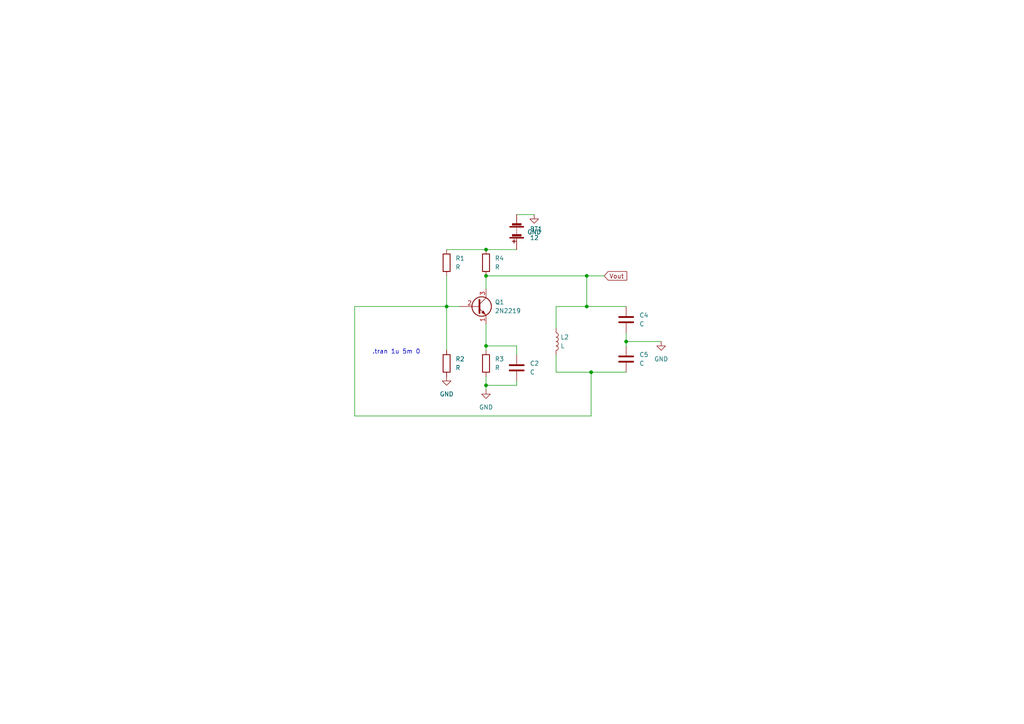
<source format=kicad_sch>
(kicad_sch (version 20211123) (generator eeschema)
  (paper "A4")
  (lib_symbols
    (symbol "Device:Battery" (pin_numbers hide) (pin_names (offset 0) hide)
      (property "Reference" "BT" (at 2.54 2.54 0))
      (property "Value" "Battery" (at 2.54 0 0))
      (symbol "Battery_0_1"
        (rectangle (start -2.032 -1.397) (end 2.032 -1.651) (fill (type outline)))
        (rectangle (start -2.032 1.778) (end 2.032 1.524) (fill (type outline)))
        (rectangle (start -1.3208 -1.9812) (end 1.27 -2.4892) (fill (type outline)))
        (rectangle (start -1.3208 1.1938) (end 1.27 0.6858) (fill (type outline)))
        (polyline (pts (xy 0 -1.524) (xy 0 -1.27)))
        (polyline (pts (xy 0 -1.016) (xy 0 -0.762)))
        (polyline (pts (xy 0 -0.508) (xy 0 -0.254)))
        (polyline (pts (xy 0 0) (xy 0 0.254)))
        (polyline (pts (xy 0 0.508) (xy 0 0.762)))
        (polyline (pts (xy 0 1.778) (xy 0 2.54)))
        (polyline (pts (xy 0.254 2.667) (xy 1.27 2.667)) (stroke (width 0.254)))
        (polyline (pts (xy 0.762 3.175) (xy 0.762 2.159)) (stroke (width 0.254)))
      )
      (symbol "Battery_1_1"
        (pin passive line (at 0 5.08 270) (length 2.54) (name "+") (number "1"))
        (pin passive line (at 0 -5.08 90) (length 2.54) (name "-") (number "2"))
      )
    )
    (symbol "Device:C" (pin_numbers hide) (pin_names (offset 0.254))
      (property "Reference" "C" (at 0.635 2.54 0))
      (property "Value" "C" (at 0.635 -2.54 0))
      (symbol "C_0_1"
        (polyline (pts (xy -2.032 -0.762) (xy 2.032 -0.762)) (stroke (width 0.508)))
        (polyline (pts (xy -2.032 0.762) (xy 2.032 0.762)) (stroke (width 0.508)))
      )
      (symbol "C_1_1"
        (pin passive line (at 0 3.81 270) (length 2.794) (name "~") (number "1"))
        (pin passive line (at 0 -3.81 90) (length 2.794) (name "~") (number "2"))
      )
    )
    (symbol "Device:L" (pin_numbers hide) (pin_names (offset 1.016) hide)
      (property "Reference" "L" (at -1.27 0 90))
      (property "Value" "L" (at 1.905 0 90))
      (symbol "L_0_1"
        (arc (start 0 -2.54) (mid 0.635 -1.905) (end 0 -1.27))
        (arc (start 0 -1.27) (mid 0.635 -0.635) (end 0 0))
        (arc (start 0 0) (mid 0.635 0.635) (end 0 1.27))
        (arc (start 0 1.27) (mid 0.635 1.905) (end 0 2.54))
      )
      (symbol "L_1_1"
        (pin passive line (at 0 3.81 270) (length 1.27) (name "1") (number "1"))
        (pin passive line (at 0 -3.81 90) (length 1.27) (name "2") (number "2"))
      )
    )
    (symbol "Device:R" (pin_numbers hide) (pin_names (offset 0))
      (property "Reference" "R" (at 2.032 0 90))
      (property "Value" "R" (at 0 0 90))
      (symbol "R_0_1"
        (rectangle (start -1.016 -2.54) (end 1.016 2.54) (stroke (width 0.254)))
      )
      (symbol "R_1_1"
        (pin passive line (at 0 3.81 270) (length 1.27) (name "~") (number "1"))
        (pin passive line (at 0 -3.81 90) (length 1.27) (name "~") (number "2"))
      )
    )
    (symbol "Transistor_BJT:2N2219" (pin_names (offset 0) hide)
      (property "Reference" "Q" (at 5.08 1.905 0))
      (property "Value" "2N2219" (at 5.08 0 0))
      (symbol "2N2219_0_1"
        (polyline (pts (xy 0.635 0.635) (xy 2.54 2.54)))
        (polyline (pts (xy 0.635 -0.635) (xy 2.54 -2.54) (xy 2.54 -2.54)))
        (polyline (pts (xy 0.635 1.905) (xy 0.635 -1.905) (xy 0.635 -1.905)) (stroke (width 0.508)))
        (polyline (pts (xy 1.27 -1.778) (xy 1.778 -1.27) (xy 2.286 -2.286) (xy 1.27 -1.778) (xy 1.27 -1.778)) (fill (type outline)))
        (circle (center 1.27 0) (radius 2.8194) (stroke (width 0.254)))
      )
      (symbol "2N2219_1_1"
        (pin passive line (at 2.54 -5.08 90) (length 2.54) (name "E") (number "1"))
        (pin passive line (at -5.08 0 0) (length 5.715) (name "B") (number "2"))
        (pin passive line (at 2.54 5.08 270) (length 2.54) (name "C") (number "3"))
      )
    )
    (symbol "power:GND" (power) (pin_names (offset 0))
      (property "Value" "GND" (at 0 -3.81 0))
      (symbol "GND_0_1"
        (polyline (pts (xy 0 0) (xy 0 -1.27) (xy 1.27 -1.27) (xy 0 -2.54) (xy -1.27 -1.27) (xy 0 -1.27)))
      )
      (symbol "GND_1_1"
        (pin power_in line (at 0 0 270) (length 0) hide (name "GND") (number "1"))
      )
    )
  )
  (junction (at 129.54 88.9))
  (junction (at 170.18 88.9))
  (junction (at 181.61 99.06))
  (junction (at 140.97 80.01))
  (junction (at 171.45 107.95))
  (junction (at 140.97 72.39))
  (junction (at 140.97 100.33))
  (junction (at 140.97 111.76))
  (junction (at 170.18 80.01))
  (wire (pts (xy 102.87 120.65) (xy 171.45 120.65)))
  (wire (pts (xy 170.18 88.9) (xy 181.61 88.9)))
  (wire (pts (xy 171.45 120.65) (xy 171.45 107.95)))
  (wire (pts (xy 102.87 88.9) (xy 102.87 120.65)))
  (wire (pts (xy 140.97 111.76) (xy 140.97 109.22)))
  (wire (pts (xy 170.18 80.01) (xy 170.18 88.9)))
  (wire (pts (xy 181.61 96.52) (xy 181.61 99.06)))
  (wire (pts (xy 129.54 88.9) (xy 133.35 88.9)))
  (wire (pts (xy 140.97 80.01) (xy 170.18 80.01)))
  (wire (pts (xy 102.87 88.9) (xy 129.54 88.9)))
  (wire (pts (xy 171.45 107.95) (xy 181.61 107.95)))
  (wire (pts (xy 129.54 80.01) (xy 129.54 88.9)))
  (wire (pts (xy 140.97 72.39) (xy 149.86 72.39)))
  (wire (pts (xy 149.86 111.76) (xy 140.97 111.76)))
  (wire (pts (xy 129.54 88.9) (xy 129.54 101.6)))
  (wire (pts (xy 129.54 72.39) (xy 140.97 72.39)))
  (wire (pts (xy 161.29 95.25) (xy 161.29 88.9)))
  (wire (pts (xy 140.97 100.33) (xy 140.97 101.6)))
  (wire (pts (xy 149.86 62.23) (xy 154.94 62.23)))
  (wire (pts (xy 161.29 107.95) (xy 171.45 107.95)))
  (wire (pts (xy 149.86 110.49) (xy 149.86 111.76)))
  (wire (pts (xy 181.61 99.06) (xy 191.77 99.06)))
  (wire (pts (xy 140.97 80.01) (xy 140.97 83.82)))
  (wire (pts (xy 170.18 80.01) (xy 175.26 80.01)))
  (wire (pts (xy 181.61 99.06) (xy 181.61 100.33)))
  (wire (pts (xy 140.97 113.03) (xy 140.97 111.76)))
  (wire (pts (xy 161.29 102.87) (xy 161.29 107.95)))
  (wire (pts (xy 140.97 93.98) (xy 140.97 100.33)))
  (wire (pts (xy 149.86 102.87) (xy 149.86 100.33)))
  (wire (pts (xy 149.86 100.33) (xy 140.97 100.33)))
  (wire (pts (xy 161.29 88.9) (xy 170.18 88.9)))
  (text ".tran 1u 5m 0" (at 107.95 102.87 0) (effects (font (size 1.27 1.27)) (justify left bottom)))
  (global_label "Vout" (shape input) (at 175.26 80.01 0) (property "Intersheet References" "${INTERSHEET_REFS}" (effects hide)))
  (symbol (lib_id "Device:L") (at 161.29 99.06 0) (unit 1)
    (property "Reference" "L2" (at 162.56 97.7899 0) (effects (justify left)))
    (property "Value" "L" (at 162.56 100.3299 0) (effects (justify left)))
    (property "Spice_Primitive" "L" (effects hide))
    (property "Spice_Model" "72.5m" (effects hide))
    (property "Spice_Netlist_Enabled" "Y" (effects hide))
  )
  (symbol (lib_id "Device:C") (at 149.86 106.68 0) (unit 1)
    (property "Reference" "C2" (at 153.67 105.4099 0) (effects (justify left)))
    (property "Value" "C" (at 153.67 107.9499 0) (effects (justify left)))
    (property "Spice_Primitive" "C" (effects hide))
    (property "Spice_Model" "16u" (effects hide))
    (property "Spice_Netlist_Enabled" "Y" (effects hide))
  )
  (symbol (lib_id "Device:R") (at 140.97 76.2 0) (unit 1)
    (property "Reference" "R4" (at 143.51 74.9299 0) (effects (justify left)))
    (property "Value" "R" (at 143.51 77.4699 0) (effects (justify left)))
    (property "Spice_Primitive" "R" (effects hide))
    (property "Spice_Model" "5k" (effects hide))
    (property "Spice_Netlist_Enabled" "Y" (effects hide))
  )
  (symbol (lib_id "power:GND") (at 154.94 62.23 0) (unit 1)
    (property "Reference" "#PWR02" (effects hide))
    (property "Value" "GND" (at 154.94 67.31 0))
  )
  (symbol (lib_id "Device:C") (at 181.61 104.14 0) (unit 1)
    (property "Reference" "C5" (at 185.42 102.8699 0) (effects (justify left)))
    (property "Value" "C" (at 185.42 105.4099 0) (effects (justify left)))
    (property "Spice_Primitive" "C" (effects hide))
    (property "Spice_Model" "1u" (effects hide))
    (property "Spice_Netlist_Enabled" "Y" (effects hide))
  )
  (symbol (lib_id "Device:Battery") (at 149.86 67.31 180) (unit 1)
    (property "Reference" "BT1" (at 153.67 66.4209 0) (effects (justify right)))
    (property "Value" "Battery" (at 153.67 68.9609 0) (effects (justify right)))
    (property "Spice_Primitive" "V" (effects hide))
    (property "Spice_Model" "dc 12" (effects hide))
    (property "Spice_Netlist_Enabled" "Y" (effects hide))
  )
  (symbol (lib_id "power:GND") (at 140.97 113.03 0) (unit 1)
    (property "Reference" "#PWR03" (effects hide))
    (property "Value" "GND" (at 140.97 118.11 0))
  )
  (symbol (lib_id "Device:R") (at 140.97 105.41 0) (unit 1)
    (property "Reference" "R3" (at 143.51 104.1399 0) (effects (justify left)))
    (property "Value" "R" (at 143.51 106.6799 0) (effects (justify left)))
    (property "Spice_Primitive" "R" (effects hide))
    (property "Spice_Model" "470" (effects hide))
    (property "Spice_Netlist_Enabled" "Y" (effects hide))
  )
  (symbol (lib_id "Transistor_BJT:2N2219") (at 138.43 88.9 0) (unit 1)
    (property "Reference" "Q1" (at 143.51 87.6299 0) (effects (justify left)))
    (property "Value" "2N2219" (at 143.51 90.1699 0) (effects (justify left)))
    (property "Footprint" "Package_TO_SOT_THT:TO-39-3" (effects hide))
    (property "Datasheet" "http://www.onsemi.com/pub_link/Collateral/2N2219-D.PDF" (effects hide))
    (property "Spice_Primitive" "Q" (effects hide))
    (property "Spice_Model" "2N2222" (effects hide))
    (property "Spice_Netlist_Enabled" "Y" (effects hide))
    (property "Spice_Lib_File" "/home/idiot/Downloads/2n2222.lib" (effects hide))
  )
  (symbol (lib_id "power:GND") (at 191.77 99.06 0) (unit 1)
    (property "Reference" "#PWR05" (effects hide))
    (property "Value" "GND" (at 191.77 104.14 0))
  )
  (symbol (lib_id "Device:R") (at 129.54 105.41 0) (unit 1)
    (property "Reference" "R2" (at 132.08 104.1399 0) (effects (justify left)))
    (property "Value" "R" (at 132.08 106.6799 0) (effects (justify left)))
    (property "Spice_Primitive" "R" (effects hide))
    (property "Spice_Model" "10k" (effects hide))
    (property "Spice_Netlist_Enabled" "Y" (effects hide))
  )
  (symbol (lib_id "Device:R") (at 129.54 76.2 0) (unit 1)
    (property "Reference" "R1" (at 132.08 74.9299 0) (effects (justify left)))
    (property "Value" "R" (at 132.08 77.4699 0) (effects (justify left)))
    (property "Spice_Primitive" "R" (effects hide))
    (property "Spice_Model" "47k" (effects hide))
    (property "Spice_Netlist_Enabled" "Y" (effects hide))
  )
  (symbol (lib_id "Device:C") (at 181.61 92.71 0) (unit 1)
    (property "Reference" "C4" (at 185.42 91.4399 0) (effects (justify left)))
    (property "Value" "C" (at 185.42 93.9799 0) (effects (justify left)))
    (property "Spice_Primitive" "C" (effects hide))
    (property "Spice_Model" "1u" (effects hide))
    (property "Spice_Netlist_Enabled" "Y" (effects hide))
  )
  (symbol (lib_id "power:GND") (at 129.54 109.22 0) (unit 1)
    (property "Reference" "#PWR01" (effects hide))
    (property "Value" "GND" (at 129.54 114.3 0))
  )
)
</source>
